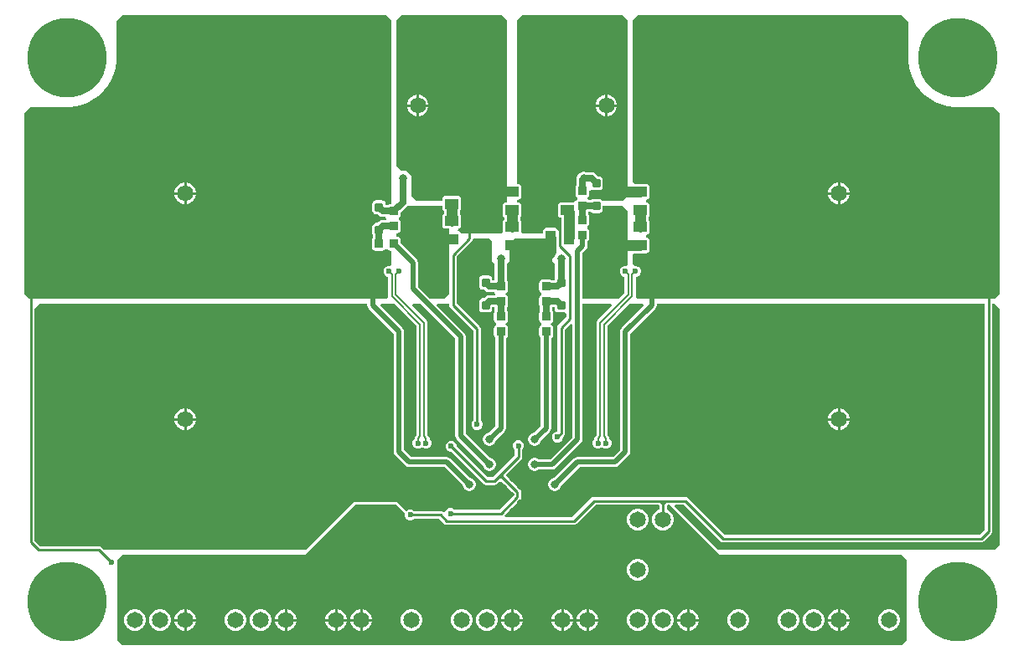
<source format=gbl>
G04*
G04 #@! TF.GenerationSoftware,Altium Limited,Altium Designer,23.3.1 (30)*
G04*
G04 Layer_Physical_Order=2*
G04 Layer_Color=15441517*
%FSLAX44Y44*%
%MOMM*%
G71*
G04*
G04 #@! TF.SameCoordinates,5E62E50F-23D3-44DB-91C1-88114AFB7521*
G04*
G04*
G04 #@! TF.FilePolarity,Positive*
G04*
G01*
G75*
%ADD10C,0.2000*%
G04:AMPARAMS|DCode=25|XSize=0.889mm|YSize=0.889mm|CornerRadius=0.1111mm|HoleSize=0mm|Usage=FLASHONLY|Rotation=180.000|XOffset=0mm|YOffset=0mm|HoleType=Round|Shape=RoundedRectangle|*
%AMROUNDEDRECTD25*
21,1,0.8890,0.6668,0,0,180.0*
21,1,0.6668,0.8890,0,0,180.0*
1,1,0.2223,-0.3334,0.3334*
1,1,0.2223,0.3334,0.3334*
1,1,0.2223,0.3334,-0.3334*
1,1,0.2223,-0.3334,-0.3334*
%
%ADD25ROUNDEDRECTD25*%
%ADD26R,1.9000X4.4000*%
G04:AMPARAMS|DCode=28|XSize=0.889mm|YSize=0.889mm|CornerRadius=0.1111mm|HoleSize=0mm|Usage=FLASHONLY|Rotation=270.000|XOffset=0mm|YOffset=0mm|HoleType=Round|Shape=RoundedRectangle|*
%AMROUNDEDRECTD28*
21,1,0.8890,0.6668,0,0,270.0*
21,1,0.6668,0.8890,0,0,270.0*
1,1,0.2223,-0.3334,-0.3334*
1,1,0.2223,-0.3334,0.3334*
1,1,0.2223,0.3334,0.3334*
1,1,0.2223,0.3334,-0.3334*
%
%ADD28ROUNDEDRECTD28*%
G04:AMPARAMS|DCode=30|XSize=1.0795mm|YSize=1.397mm|CornerRadius=0.108mm|HoleSize=0mm|Usage=FLASHONLY|Rotation=90.000|XOffset=0mm|YOffset=0mm|HoleType=Round|Shape=RoundedRectangle|*
%AMROUNDEDRECTD30*
21,1,1.0795,1.1811,0,0,90.0*
21,1,0.8636,1.3970,0,0,90.0*
1,1,0.2159,0.5906,0.4318*
1,1,0.2159,0.5906,-0.4318*
1,1,0.2159,-0.5906,-0.4318*
1,1,0.2159,-0.5906,0.4318*
%
%ADD30ROUNDEDRECTD30*%
G04:AMPARAMS|DCode=41|XSize=2.7mm|YSize=1.3mm|CornerRadius=0.1625mm|HoleSize=0mm|Usage=FLASHONLY|Rotation=180.000|XOffset=0mm|YOffset=0mm|HoleType=Round|Shape=RoundedRectangle|*
%AMROUNDEDRECTD41*
21,1,2.7000,0.9750,0,0,180.0*
21,1,2.3750,1.3000,0,0,180.0*
1,1,0.3250,-1.1875,0.4875*
1,1,0.3250,1.1875,0.4875*
1,1,0.3250,1.1875,-0.4875*
1,1,0.3250,-1.1875,-0.4875*
%
%ADD41ROUNDEDRECTD41*%
%ADD73C,0.2540*%
%ADD74C,0.7000*%
%ADD75C,1.6500*%
%ADD76C,9.0000*%
%ADD77C,8.0000*%
%ADD78C,0.6000*%
%ADD79C,0.8000*%
%ADD80C,0.5000*%
G04:AMPARAMS|DCode=81|XSize=1.0795mm|YSize=1.397mm|CornerRadius=0.108mm|HoleSize=0mm|Usage=FLASHONLY|Rotation=0.000|XOffset=0mm|YOffset=0mm|HoleType=Round|Shape=RoundedRectangle|*
%AMROUNDEDRECTD81*
21,1,1.0795,1.1811,0,0,0.0*
21,1,0.8636,1.3970,0,0,0.0*
1,1,0.2159,0.4318,-0.5906*
1,1,0.2159,-0.4318,-0.5906*
1,1,0.2159,-0.4318,0.5906*
1,1,0.2159,0.4318,0.5906*
%
%ADD81ROUNDEDRECTD81*%
G04:AMPARAMS|DCode=82|XSize=1.7mm|YSize=2.5mm|CornerRadius=0.425mm|HoleSize=0mm|Usage=FLASHONLY|Rotation=180.000|XOffset=0mm|YOffset=0mm|HoleType=Round|Shape=RoundedRectangle|*
%AMROUNDEDRECTD82*
21,1,1.7000,1.6500,0,0,180.0*
21,1,0.8500,2.5000,0,0,180.0*
1,1,0.8500,-0.4250,0.8250*
1,1,0.8500,0.4250,0.8250*
1,1,0.8500,0.4250,-0.8250*
1,1,0.8500,-0.4250,-0.8250*
%
%ADD82ROUNDEDRECTD82*%
G04:AMPARAMS|DCode=83|XSize=0.9mm|YSize=0.8mm|CornerRadius=0.1mm|HoleSize=0mm|Usage=FLASHONLY|Rotation=90.000|XOffset=0mm|YOffset=0mm|HoleType=Round|Shape=RoundedRectangle|*
%AMROUNDEDRECTD83*
21,1,0.9000,0.6000,0,0,90.0*
21,1,0.7000,0.8000,0,0,90.0*
1,1,0.2000,0.3000,0.3500*
1,1,0.2000,0.3000,-0.3500*
1,1,0.2000,-0.3000,-0.3500*
1,1,0.2000,-0.3000,0.3500*
%
%ADD83ROUNDEDRECTD83*%
%ADD84C,0.5080*%
%ADD85C,1.0795*%
G36*
X661760Y693140D02*
X666840Y688060D01*
Y510260D01*
X661760Y505180D01*
X641245D01*
X640642Y506082D01*
X639471Y506865D01*
X638090Y507139D01*
X632090D01*
X630709Y506865D01*
X629801Y506258D01*
X627025D01*
X626100Y507969D01*
X626274Y508831D01*
X627086Y509374D01*
X627893Y510582D01*
X628176Y512006D01*
Y515665D01*
X628222Y515709D01*
X630177Y516551D01*
X630709Y516195D01*
X632090Y515921D01*
X638090D01*
X639471Y516195D01*
X640642Y516978D01*
X641425Y518149D01*
X641699Y519530D01*
Y526530D01*
X641425Y527911D01*
X640642Y529082D01*
X639471Y529865D01*
X638090Y530139D01*
X636690D01*
X634435Y532395D01*
X632437Y533730D01*
X630080Y534198D01*
X624675D01*
X623251Y534580D01*
X621529D01*
X619866Y534134D01*
X618374Y533273D01*
X617157Y532056D01*
X616296Y530564D01*
X616232Y530326D01*
X615430Y529127D01*
X614962Y526770D01*
Y521018D01*
X614347Y520098D01*
X614063Y518674D01*
Y512006D01*
X614347Y510582D01*
X615154Y509374D01*
X615966Y508831D01*
X616142Y507960D01*
Y507480D01*
X615966Y506609D01*
X615154Y506066D01*
X614562Y505180D01*
X613500D01*
X612213Y503893D01*
X611786Y503978D01*
X599975D01*
X598562Y503698D01*
X597365Y502897D01*
X596565Y501700D01*
X596284Y500288D01*
Y491652D01*
X596565Y490240D01*
X597365Y489043D01*
X598562Y488242D01*
X599464Y488063D01*
Y474268D01*
X599462Y474255D01*
Y472160D01*
X597058D01*
Y474255D01*
X596777Y475668D01*
X595978Y476865D01*
X594780Y477665D01*
X593368Y477946D01*
X584732D01*
X583320Y477665D01*
X582122Y476865D01*
X581323Y475668D01*
X581042Y474255D01*
Y472160D01*
X561012D01*
X560820Y472266D01*
X559469Y473874D01*
X559596Y474512D01*
Y483148D01*
X559315Y484560D01*
X558515Y485757D01*
X558006Y486098D01*
Y488702D01*
X558515Y489043D01*
X559315Y490240D01*
X559596Y491652D01*
Y500288D01*
X559315Y501700D01*
X558515Y502897D01*
X557318Y503698D01*
X555905Y503978D01*
X555080D01*
Y506382D01*
X555905D01*
X557318Y506662D01*
X558515Y507463D01*
X559315Y508660D01*
X559596Y510072D01*
Y518708D01*
X559315Y520120D01*
X558515Y521317D01*
X557318Y522118D01*
X555905Y522398D01*
X555080D01*
X555080Y688060D01*
X560160Y693140D01*
X661760Y693140D01*
D02*
G37*
G36*
X428080Y688060D02*
Y502076D01*
X427286D01*
X425862Y501793D01*
X424941Y501178D01*
X421989D01*
Y502400D01*
X421715Y503781D01*
X420932Y504952D01*
X419761Y505735D01*
X418380Y506009D01*
X412380D01*
X410999Y505735D01*
X409828Y504952D01*
X409045Y503781D01*
X408771Y502400D01*
Y495400D01*
X409045Y494019D01*
X409828Y492848D01*
X410999Y492065D01*
X412380Y491791D01*
X413780D01*
X414906Y490665D01*
X416903Y489330D01*
X419260Y488862D01*
X421903D01*
X422960Y486321D01*
X422579Y485938D01*
X419260D01*
X416903Y485470D01*
X414905Y484135D01*
X413780Y483009D01*
X412380D01*
X410999Y482735D01*
X409828Y481952D01*
X409045Y480781D01*
X408771Y479400D01*
Y472400D01*
X409045Y471019D01*
X409222Y470755D01*
Y467678D01*
X408607Y466758D01*
X408324Y465334D01*
Y458666D01*
X408607Y457242D01*
X409414Y456034D01*
X410622Y455227D01*
X412046Y454944D01*
X418714D01*
X420139Y455227D01*
X421346Y456034D01*
X421589Y456397D01*
X421692Y456435D01*
X424309D01*
X424411Y456397D01*
X424654Y456034D01*
X425862Y455227D01*
X427286Y454944D01*
X428080D01*
Y440561D01*
X426642Y439600D01*
X424438D01*
X422402Y438757D01*
X420843Y437198D01*
X420000Y435162D01*
Y432958D01*
X420843Y430922D01*
X422402Y429363D01*
X424438Y428520D01*
X425011D01*
Y408813D01*
X425124Y408244D01*
X423000Y406120D01*
X62320Y406120D01*
X57240Y411200D01*
Y594079D01*
X63161Y600000D01*
X103277D01*
X109775Y600855D01*
X116106Y602552D01*
X122162Y605060D01*
X127838Y608337D01*
X133038Y612327D01*
X137673Y616962D01*
X141663Y622162D01*
X144940Y627838D01*
X147448Y633894D01*
X149144Y640225D01*
X150000Y646723D01*
Y650000D01*
Y686840D01*
X156300Y693140D01*
X423000D01*
X428080Y688060D01*
D02*
G37*
G36*
X666840Y495020D02*
X666840Y440561D01*
X665402Y439600D01*
X663198D01*
X661162Y438757D01*
X659603Y437198D01*
X658760Y435162D01*
Y432958D01*
X659603Y430922D01*
X661162Y429363D01*
X663198Y428520D01*
X663771D01*
Y411965D01*
X657926Y406120D01*
X621219Y406120D01*
Y452235D01*
X624782Y455798D01*
X625905Y457478D01*
X626300Y459460D01*
Y464398D01*
X627086Y464924D01*
X627893Y466132D01*
X628176Y467556D01*
Y474224D01*
X627893Y475648D01*
X627086Y476856D01*
X626274Y477399D01*
X626098Y478270D01*
Y478750D01*
X626274Y479621D01*
X627086Y480164D01*
X627893Y481371D01*
X628176Y482796D01*
Y489464D01*
X627893Y490888D01*
X627278Y491808D01*
Y493942D01*
X629592D01*
X630709Y493195D01*
X632090Y492921D01*
X638090D01*
X639471Y493195D01*
X640642Y493978D01*
X641425Y495149D01*
X641699Y496530D01*
Y500100D01*
X661760D01*
X666840Y495020D01*
D02*
G37*
G36*
X539840Y693140D02*
X544920Y688060D01*
Y503978D01*
X544095D01*
X542682Y503698D01*
X541485Y502897D01*
X540685Y501700D01*
X540404Y500288D01*
Y491652D01*
X540685Y490240D01*
X541485Y489043D01*
X541994Y488702D01*
Y486098D01*
X541485Y485757D01*
X540685Y484560D01*
X540404Y483148D01*
Y474512D01*
X540531Y473874D01*
X539180Y472266D01*
X538988Y472160D01*
X498421D01*
X498355Y472490D01*
X497555Y473688D01*
X496358Y474487D01*
X495394Y474679D01*
X494985Y475188D01*
X494978Y475536D01*
X495367Y476687D01*
X496007Y477383D01*
X496358Y477453D01*
X497555Y478252D01*
X498355Y479450D01*
X498636Y480862D01*
Y489498D01*
X498355Y490910D01*
X497555Y492108D01*
X497020Y492465D01*
Y495068D01*
X497486Y495379D01*
X498287Y496577D01*
X498567Y497989D01*
Y506625D01*
X498287Y508037D01*
X497486Y509234D01*
X496289Y510034D01*
X494877Y510315D01*
X489123D01*
X489014Y510330D01*
X488905Y510315D01*
X483066D01*
X481654Y510034D01*
X480457Y509234D01*
X479656Y508037D01*
X479376Y506625D01*
Y505180D01*
X453480D01*
X448400Y510260D01*
Y530580D01*
X443320Y535660D01*
X438240Y535660D01*
X433160Y540740D01*
Y688060D01*
X438240Y693140D01*
X539840Y693140D01*
D02*
G37*
G36*
X590640Y464540D02*
Y444220D01*
X593372Y441488D01*
Y427845D01*
X593195Y427581D01*
X592921Y426200D01*
Y424978D01*
X589968D01*
X589048Y425593D01*
X587624Y425876D01*
X580956D01*
X579532Y425593D01*
X578324Y424786D01*
X577517Y423578D01*
X577234Y422154D01*
Y415486D01*
X577517Y414062D01*
X578324Y412854D01*
X579136Y412311D01*
X579312Y411440D01*
Y410960D01*
X579136Y410089D01*
X578324Y409546D01*
X577517Y408338D01*
X577234Y406914D01*
Y400246D01*
X577517Y398822D01*
X578132Y397901D01*
Y394018D01*
X577517Y393098D01*
X577234Y391674D01*
Y390880D01*
Y385006D01*
X577517Y383582D01*
X578324Y382374D01*
X579136Y381831D01*
X579312Y380960D01*
Y380480D01*
X579136Y379609D01*
X578324Y379066D01*
X577517Y377858D01*
X577234Y376434D01*
Y369766D01*
X577517Y368342D01*
X578324Y367134D01*
X579110Y366608D01*
Y277455D01*
X572075Y270420D01*
X571999D01*
X570336Y269974D01*
X568844Y269113D01*
X567627Y267896D01*
X566766Y266404D01*
X566320Y264741D01*
Y263019D01*
X566766Y261356D01*
X567627Y259864D01*
X568844Y258647D01*
X570336Y257786D01*
X571999Y257340D01*
X573721D01*
X575384Y257786D01*
X576876Y258647D01*
X578093Y259864D01*
X578954Y261356D01*
X579400Y263019D01*
Y263095D01*
X587952Y271647D01*
X589075Y273328D01*
X589469Y275310D01*
Y366608D01*
X590256Y367134D01*
X591063Y368342D01*
X591347Y369766D01*
Y376434D01*
X591063Y377858D01*
X590256Y379066D01*
X589444Y379609D01*
X589268Y380480D01*
Y380960D01*
X589444Y381831D01*
X590256Y382374D01*
X591063Y383582D01*
X591347Y385006D01*
Y391674D01*
X591063Y393098D01*
X590448Y394018D01*
Y397422D01*
X592921D01*
Y396200D01*
X593195Y394819D01*
X593978Y393648D01*
X595149Y392865D01*
X596530Y392591D01*
X602530D01*
X602535Y392592D01*
X604535Y391060D01*
Y387409D01*
X596783Y379657D01*
X595941Y378397D01*
X595645Y376910D01*
Y271960D01*
X594618D01*
X592582Y271117D01*
X591023Y269558D01*
X590180Y267522D01*
Y265318D01*
X591023Y263282D01*
X592582Y261723D01*
X594618Y260880D01*
X596822D01*
X598858Y261723D01*
X600417Y263282D01*
X601260Y265318D01*
Y266466D01*
X602277Y267483D01*
X603119Y268743D01*
X603415Y270230D01*
Y375301D01*
X609013Y380899D01*
X610860Y380134D01*
Y266025D01*
X588495Y243659D01*
X576929D01*
X576876Y243713D01*
X575384Y244574D01*
X573721Y245020D01*
X571999D01*
X570336Y244574D01*
X568844Y243713D01*
X567627Y242496D01*
X566766Y241004D01*
X566320Y239341D01*
Y237619D01*
X566766Y235956D01*
X567627Y234464D01*
X568844Y233247D01*
X570336Y232386D01*
X571999Y231940D01*
X573721D01*
X575384Y232386D01*
X576876Y233247D01*
X576929Y233300D01*
X590640D01*
X592622Y233695D01*
X594302Y234818D01*
X619702Y260217D01*
X619702Y260217D01*
X620825Y261898D01*
X621219Y263880D01*
X621219Y263880D01*
Y401040D01*
X650232D01*
X650998Y399192D01*
X636348Y384542D01*
X635565Y383371D01*
X635291Y381990D01*
Y268636D01*
X634357Y267702D01*
X633575Y266531D01*
X633300Y265150D01*
Y264295D01*
X632213Y263208D01*
X631369Y261172D01*
Y258968D01*
X632213Y256932D01*
X633771Y255373D01*
X635807Y254530D01*
X638011D01*
X640048Y255373D01*
X640900Y256226D01*
X641752Y255373D01*
X643789Y254530D01*
X645993D01*
X648029Y255373D01*
X649587Y256932D01*
X650431Y258968D01*
Y261172D01*
X649587Y263208D01*
X648500Y264295D01*
Y265150D01*
X648225Y266531D01*
X647443Y267702D01*
X646509Y268636D01*
Y378838D01*
X668711Y401040D01*
X682302D01*
X683067Y399192D01*
X660638Y376763D01*
X659515Y375082D01*
X659120Y373100D01*
Y253325D01*
X651995Y246199D01*
X616040D01*
X614058Y245805D01*
X612378Y244683D01*
X592395Y224700D01*
X592319D01*
X590656Y224254D01*
X589164Y223393D01*
X587947Y222176D01*
X587086Y220684D01*
X586640Y219021D01*
Y217299D01*
X587086Y215636D01*
X587947Y214144D01*
X589164Y212927D01*
X590656Y212066D01*
X592319Y211620D01*
X594041D01*
X595704Y212066D01*
X597196Y212927D01*
X598413Y214144D01*
X599274Y215636D01*
X599720Y217299D01*
Y217375D01*
X618185Y235840D01*
X654140D01*
X656122Y236235D01*
X657803Y237358D01*
X667962Y247518D01*
X669085Y249198D01*
X669480Y251180D01*
Y370955D01*
X694632Y396107D01*
X695755Y397788D01*
X696150Y399770D01*
Y401040D01*
X1027445D01*
Y172779D01*
X1022101Y167435D01*
X764969D01*
X728007Y204397D01*
X726747Y205239D01*
X725260Y205535D01*
X705943D01*
X705625Y205598D01*
X705306Y205535D01*
X632550D01*
X631063Y205239D01*
X629803Y204397D01*
X610621Y185215D01*
X543157D01*
X542328Y187215D01*
X558017Y202903D01*
X558859Y204163D01*
X559155Y205650D01*
Y210350D01*
X558859Y211837D01*
X558017Y213097D01*
X543793Y227321D01*
Y228049D01*
X559097Y243353D01*
X559939Y244613D01*
X560235Y246100D01*
Y253580D01*
X561047Y254392D01*
X561890Y256428D01*
Y258632D01*
X561047Y260668D01*
X559488Y262227D01*
X557452Y263070D01*
X555248D01*
X553212Y262227D01*
X551653Y260668D01*
X550810Y258632D01*
Y256428D01*
X551653Y254392D01*
X552465Y253580D01*
Y247709D01*
X537161Y232405D01*
X537161Y232405D01*
X530364Y225608D01*
X525186D01*
X493945Y256849D01*
Y257997D01*
X493102Y260033D01*
X491543Y261592D01*
X489507Y262435D01*
X487303D01*
X485267Y261592D01*
X483708Y260033D01*
X482865Y257997D01*
Y255793D01*
X483708Y253757D01*
X485267Y252198D01*
X487303Y251355D01*
X488451D01*
X520830Y218977D01*
X522090Y218134D01*
X523577Y217839D01*
X531973D01*
X533460Y218134D01*
X534720Y218977D01*
X536672Y220928D01*
X539198D01*
X551385Y208741D01*
Y207259D01*
X536961Y192835D01*
X491720D01*
X490908Y193647D01*
X488872Y194490D01*
X486668D01*
X484632Y193647D01*
X483073Y192088D01*
X482620Y190993D01*
X480382Y190401D01*
X480357Y190427D01*
X479097Y191269D01*
X477610Y191565D01*
X451080D01*
X450268Y192377D01*
X448232Y193220D01*
X446028D01*
X443992Y192377D01*
X443139Y191524D01*
X434991Y199671D01*
X434151Y200233D01*
X433160Y200430D01*
X391250Y200430D01*
X390259Y200233D01*
X389419Y199671D01*
X341867Y152120D01*
X137664D01*
X134917Y154867D01*
X133657Y155709D01*
X132170Y156005D01*
X72819D01*
X67475Y161349D01*
Y396035D01*
X72480Y401040D01*
X403851D01*
Y399770D01*
X404245Y397788D01*
X405368Y396107D01*
X430521Y370955D01*
Y251180D01*
X430915Y249198D01*
X432038Y247518D01*
X442197Y237358D01*
X443878Y236235D01*
X445860Y235840D01*
X481815D01*
X500280Y217375D01*
Y217299D01*
X500726Y215636D01*
X501587Y214144D01*
X502804Y212927D01*
X504296Y212066D01*
X505959Y211620D01*
X507681D01*
X509344Y212066D01*
X510836Y212927D01*
X512053Y214144D01*
X512914Y215636D01*
X513360Y217299D01*
Y219021D01*
X512914Y220684D01*
X512053Y222176D01*
X510836Y223393D01*
X509344Y224254D01*
X507681Y224700D01*
X507605D01*
X487622Y244683D01*
X485942Y245805D01*
X483960Y246199D01*
X448005D01*
X440880Y253325D01*
Y373100D01*
X440485Y375082D01*
X439362Y376763D01*
X416933Y399192D01*
X417698Y401040D01*
X431289D01*
X453491Y378838D01*
Y268636D01*
X452557Y267702D01*
X451775Y266531D01*
X451500Y265150D01*
Y264295D01*
X450413Y263208D01*
X449569Y261172D01*
Y258968D01*
X450413Y256932D01*
X451971Y255373D01*
X454007Y254530D01*
X456211D01*
X458247Y255373D01*
X459100Y256226D01*
X459952Y255373D01*
X461989Y254530D01*
X464193D01*
X466229Y255373D01*
X467787Y256932D01*
X468631Y258968D01*
Y261172D01*
X467787Y263208D01*
X466700Y264295D01*
Y265150D01*
X466425Y266531D01*
X465643Y267702D01*
X464709Y268636D01*
Y381990D01*
X464435Y383371D01*
X463652Y384542D01*
X449002Y399192D01*
X449767Y401040D01*
X457585D01*
X492751Y365875D01*
Y267690D01*
X493145Y265708D01*
X494268Y264028D01*
X520600Y237695D01*
Y237619D01*
X521046Y235956D01*
X521907Y234464D01*
X523124Y233247D01*
X524616Y232386D01*
X526279Y231940D01*
X528001D01*
X529664Y232386D01*
X531156Y233247D01*
X532373Y234464D01*
X533234Y235956D01*
X533680Y237619D01*
Y239341D01*
X533234Y241004D01*
X532373Y242496D01*
X531156Y243713D01*
X529664Y244574D01*
X528001Y245020D01*
X527925D01*
X503110Y269835D01*
Y368020D01*
X502715Y370002D01*
X501592Y371683D01*
X474083Y399192D01*
X474848Y401040D01*
X486425D01*
Y399770D01*
X486721Y398283D01*
X487563Y397023D01*
X510555Y374031D01*
Y283070D01*
X509743Y282258D01*
X508900Y280222D01*
Y278018D01*
X509743Y275982D01*
X511302Y274423D01*
X513338Y273580D01*
X515542D01*
X517578Y274423D01*
X519137Y275982D01*
X519980Y278018D01*
Y280222D01*
X519137Y282258D01*
X518325Y283070D01*
Y375640D01*
X518029Y377127D01*
X517187Y378387D01*
X504694Y390880D01*
X496381Y399192D01*
X494195Y401379D01*
Y448961D01*
X509567Y464333D01*
X510409Y465593D01*
X510705Y467080D01*
X527140D01*
X529680Y464540D01*
Y444220D01*
X532412Y441488D01*
Y424978D01*
X529939D01*
Y426200D01*
X529665Y427581D01*
X528882Y428752D01*
X527711Y429535D01*
X526330Y429809D01*
X520330D01*
X518949Y429535D01*
X517778Y428752D01*
X516995Y427581D01*
X516721Y426200D01*
Y419200D01*
X516995Y417819D01*
X517778Y416648D01*
X518949Y415865D01*
X520330Y415591D01*
X521730D01*
X522855Y414465D01*
X524853Y413130D01*
X527210Y412662D01*
X532107D01*
X533048Y410820D01*
X532098Y409738D01*
X527210D01*
X524853Y409269D01*
X522855Y407935D01*
X521730Y406809D01*
X520330D01*
X518949Y406535D01*
X517778Y405752D01*
X516995Y404581D01*
X516721Y403200D01*
Y401040D01*
Y396200D01*
X516995Y394819D01*
X517778Y393648D01*
X518949Y392865D01*
X520330Y392591D01*
X526330D01*
X527711Y392865D01*
X528882Y393648D01*
X529665Y394819D01*
X529939Y396200D01*
Y397422D01*
X532412D01*
Y394018D01*
X531797Y393098D01*
X531513Y391674D01*
Y385006D01*
X531797Y383582D01*
X532604Y382374D01*
X533416Y381831D01*
X533592Y380960D01*
Y380480D01*
X533416Y379609D01*
X532604Y379066D01*
X531797Y377858D01*
X531513Y376434D01*
Y369766D01*
X531797Y368342D01*
X532604Y367134D01*
X533391Y366608D01*
Y277455D01*
X526355Y270420D01*
X526279D01*
X524616Y269974D01*
X523124Y269113D01*
X521907Y267896D01*
X521046Y266404D01*
X520600Y264741D01*
Y263019D01*
X521046Y261356D01*
X521907Y259864D01*
X523124Y258647D01*
X524616Y257786D01*
X526279Y257340D01*
X528001D01*
X529664Y257786D01*
X531156Y258647D01*
X532373Y259864D01*
X533234Y261356D01*
X533680Y263019D01*
Y263095D01*
X542233Y271647D01*
X543355Y273328D01*
X543750Y275310D01*
Y366608D01*
X544536Y367134D01*
X545343Y368342D01*
X545626Y369766D01*
Y376434D01*
X545343Y377858D01*
X544536Y379066D01*
X543724Y379609D01*
X543548Y380480D01*
Y380960D01*
X543724Y381831D01*
X544536Y382374D01*
X545343Y383582D01*
X545626Y385006D01*
Y390880D01*
Y391674D01*
X545343Y393098D01*
X544728Y394018D01*
Y397901D01*
X545343Y398822D01*
X545626Y400246D01*
Y406914D01*
X545343Y408338D01*
X544536Y409546D01*
X543724Y410089D01*
X543548Y410960D01*
Y411440D01*
X543724Y412311D01*
X544536Y412854D01*
X545343Y414062D01*
X545626Y415486D01*
Y422154D01*
X545343Y423578D01*
X544728Y424498D01*
Y441488D01*
X547460Y444220D01*
Y462000D01*
X552540Y467080D01*
X588100D01*
X590640Y464540D01*
D02*
G37*
G36*
X950000Y686841D02*
Y650000D01*
Y646723D01*
X950855Y640225D01*
X952552Y633894D01*
X955060Y627838D01*
X958337Y622162D01*
X962327Y616962D01*
X966962Y612327D01*
X972162Y608337D01*
X977838Y605060D01*
X983894Y602552D01*
X990225Y600855D01*
X996723Y600000D01*
X1036840D01*
X1042760Y594080D01*
X1042760Y411200D01*
X1037680Y406120D01*
X677000Y406120D01*
X674876Y408244D01*
X674989Y408813D01*
Y428520D01*
X675562D01*
X677598Y429363D01*
X679157Y430922D01*
X680000Y432958D01*
Y435162D01*
X679157Y437198D01*
X677598Y438757D01*
X675562Y439600D01*
X674460D01*
X671920Y441544D01*
Y450719D01*
X673634Y452402D01*
X685445D01*
X686858Y452682D01*
X688055Y453483D01*
X688855Y454680D01*
X689136Y456092D01*
Y464728D01*
X688855Y466140D01*
X688055Y467337D01*
X686858Y468138D01*
X685445Y468418D01*
Y470822D01*
X686858Y471102D01*
X688055Y471903D01*
X688855Y473100D01*
X689136Y474512D01*
Y483148D01*
X688855Y484560D01*
X688055Y485757D01*
X687546Y486098D01*
Y488702D01*
X688055Y489043D01*
X688855Y490240D01*
X689136Y491652D01*
Y500288D01*
X688855Y501700D01*
X688055Y502897D01*
X686858Y503698D01*
X685445Y503978D01*
Y506382D01*
X686858Y506662D01*
X688055Y507463D01*
X688855Y508660D01*
X689136Y510072D01*
Y518708D01*
X688855Y520120D01*
X688055Y521317D01*
X686858Y522118D01*
X685445Y522398D01*
X674460D01*
X671920Y524228D01*
X671920Y688060D01*
X677000Y693140D01*
X943701Y693140D01*
X950000Y686841D01*
D02*
G37*
G36*
X479376Y497989D02*
X479656Y496577D01*
X480457Y495379D01*
X481008Y495011D01*
Y492430D01*
X480525Y492108D01*
X479725Y490910D01*
X479444Y489498D01*
Y480862D01*
X479725Y479450D01*
X480525Y478252D01*
X481722Y477453D01*
X483134Y477172D01*
X486500D01*
Y450945D01*
X486425Y450570D01*
Y411125D01*
X481420Y406120D01*
X467155Y406120D01*
X454850Y418425D01*
Y442950D01*
X454455Y444932D01*
X453332Y446613D01*
X437677Y462268D01*
Y465334D01*
X437393Y466758D01*
X436586Y467966D01*
X435378Y468773D01*
X433954Y469057D01*
X433160D01*
Y472724D01*
X433954D01*
X435378Y473007D01*
X436586Y473814D01*
X437393Y475022D01*
X437677Y476446D01*
Y483114D01*
X437393Y484538D01*
X436586Y485746D01*
X435774Y486289D01*
X435598Y487160D01*
Y487640D01*
X435774Y488511D01*
X436586Y489054D01*
X437393Y490261D01*
X437677Y491686D01*
Y493367D01*
X443865Y499555D01*
X444229Y500100D01*
X479376D01*
Y497989D01*
D02*
G37*
G36*
X1042760Y395960D02*
X1042760Y157200D01*
X1037680Y152120D01*
X758132D01*
X714335Y195918D01*
X715100Y197765D01*
X723651D01*
X760613Y160803D01*
X761873Y159961D01*
X763360Y159665D01*
X1023710D01*
X1025197Y159961D01*
X1026457Y160803D01*
X1034077Y168423D01*
X1034919Y169683D01*
X1035215Y171170D01*
Y401040D01*
X1037680D01*
X1042760Y395960D01*
D02*
G37*
G36*
X433160Y197840D02*
X441774Y189226D01*
X441590Y188782D01*
Y186578D01*
X442433Y184542D01*
X443992Y182983D01*
X446028Y182140D01*
X448232D01*
X450268Y182983D01*
X451080Y183795D01*
X476001D01*
X481213Y178583D01*
X482473Y177741D01*
X482720Y177692D01*
X483960Y177445D01*
X612230D01*
X613717Y177741D01*
X614977Y178583D01*
X634159Y197765D01*
X697616D01*
X698515Y196866D01*
Y192730D01*
X698235Y192655D01*
X695775Y191234D01*
X693766Y189225D01*
X692345Y186765D01*
X691610Y184021D01*
Y181180D01*
X692345Y178435D01*
X693766Y175975D01*
X695775Y173966D01*
X698235Y172545D01*
X700980Y171810D01*
X703820D01*
X706565Y172545D01*
X709025Y173966D01*
X711034Y175975D01*
X712455Y178435D01*
X713190Y181180D01*
Y184021D01*
X712455Y186765D01*
X711034Y189225D01*
X709025Y191234D01*
X706565Y192655D01*
X706285Y192730D01*
Y196880D01*
X707170Y197765D01*
X708825D01*
X759550Y147040D01*
X943700D01*
X948780Y141960D01*
Y60680D01*
X943700Y55600D01*
X156300D01*
X151220Y60680D01*
Y141960D01*
X156300Y147040D01*
X340450D01*
X391250Y197840D01*
X433160Y197840D01*
D02*
G37*
%LPC*%
G36*
X646671Y612490D02*
X646520D01*
Y602970D01*
X656040D01*
Y603120D01*
X655305Y605865D01*
X653884Y608325D01*
X651875Y610334D01*
X649415Y611755D01*
X646671Y612490D01*
D02*
G37*
G36*
X643980D02*
X643829D01*
X641085Y611755D01*
X638625Y610334D01*
X636616Y608325D01*
X635195Y605865D01*
X634460Y603120D01*
Y602970D01*
X643980D01*
Y612490D01*
D02*
G37*
G36*
X656040Y600430D02*
X646520D01*
Y590910D01*
X646671D01*
X649415Y591645D01*
X651875Y593066D01*
X653884Y595075D01*
X655305Y597535D01*
X656040Y600280D01*
Y600430D01*
D02*
G37*
G36*
X643980D02*
X634460D01*
Y600280D01*
X635195Y597535D01*
X636616Y595075D01*
X638625Y593066D01*
X641085Y591645D01*
X643829Y590910D01*
X643980D01*
Y600430D01*
D02*
G37*
G36*
X221220Y523590D02*
X221070D01*
Y514070D01*
X230590D01*
Y514221D01*
X229855Y516965D01*
X228434Y519425D01*
X226425Y521434D01*
X223965Y522855D01*
X221220Y523590D01*
D02*
G37*
G36*
X218530D02*
X218379D01*
X215635Y522855D01*
X213175Y521434D01*
X211166Y519425D01*
X209745Y516965D01*
X209010Y514221D01*
Y514070D01*
X218530D01*
Y523590D01*
D02*
G37*
G36*
X230590Y511530D02*
X221070D01*
Y502010D01*
X221220D01*
X223965Y502745D01*
X226425Y504166D01*
X228434Y506175D01*
X229855Y508635D01*
X230590Y511380D01*
Y511530D01*
D02*
G37*
G36*
X218530D02*
X209010D01*
Y511380D01*
X209745Y508635D01*
X211166Y506175D01*
X213175Y504166D01*
X215635Y502745D01*
X218379Y502010D01*
X218530D01*
Y511530D01*
D02*
G37*
G36*
X456171Y612490D02*
X456020D01*
Y602970D01*
X465540D01*
Y603120D01*
X464805Y605865D01*
X463384Y608325D01*
X461375Y610334D01*
X458915Y611755D01*
X456171Y612490D01*
D02*
G37*
G36*
X453480D02*
X453330D01*
X450585Y611755D01*
X448125Y610334D01*
X446116Y608325D01*
X444695Y605865D01*
X443960Y603120D01*
Y602970D01*
X453480D01*
Y612490D01*
D02*
G37*
G36*
X465540Y600430D02*
X456020D01*
Y590910D01*
X456171D01*
X458915Y591645D01*
X461375Y593066D01*
X463384Y595075D01*
X464805Y597535D01*
X465540Y600280D01*
Y600430D01*
D02*
G37*
G36*
X453480D02*
X443960D01*
Y600280D01*
X444695Y597535D01*
X446116Y595075D01*
X448125Y593066D01*
X450585Y591645D01*
X453330Y590910D01*
X453480D01*
Y600430D01*
D02*
G37*
G36*
X881620Y294990D02*
X881470D01*
Y285470D01*
X890990D01*
Y285620D01*
X890255Y288365D01*
X888834Y290825D01*
X886825Y292834D01*
X884365Y294255D01*
X881620Y294990D01*
D02*
G37*
G36*
X221220D02*
X221070D01*
Y285470D01*
X230590D01*
Y285620D01*
X229855Y288365D01*
X228434Y290825D01*
X226425Y292834D01*
X223965Y294255D01*
X221220Y294990D01*
D02*
G37*
G36*
X218530D02*
X218379D01*
X215635Y294255D01*
X213175Y292834D01*
X211166Y290825D01*
X209745Y288365D01*
X209010Y285620D01*
Y285470D01*
X218530D01*
Y294990D01*
D02*
G37*
G36*
X878930D02*
X878780D01*
X876035Y294255D01*
X873575Y292834D01*
X871566Y290825D01*
X870145Y288365D01*
X869410Y285620D01*
Y285470D01*
X878930D01*
Y294990D01*
D02*
G37*
G36*
X890990Y282930D02*
X881470D01*
Y273410D01*
X881620D01*
X884365Y274145D01*
X886825Y275566D01*
X888834Y277575D01*
X890255Y280035D01*
X890990Y282780D01*
Y282930D01*
D02*
G37*
G36*
X878930D02*
X869410D01*
Y282780D01*
X870145Y280035D01*
X871566Y277575D01*
X873575Y275566D01*
X876035Y274145D01*
X878780Y273410D01*
X878930D01*
Y282930D01*
D02*
G37*
G36*
X230590D02*
X221070D01*
Y273410D01*
X221220D01*
X223965Y274145D01*
X226425Y275566D01*
X228434Y277575D01*
X229855Y280035D01*
X230590Y282780D01*
Y282930D01*
D02*
G37*
G36*
X218530D02*
X209010D01*
Y282780D01*
X209745Y280035D01*
X211166Y277575D01*
X213175Y275566D01*
X215635Y274145D01*
X218379Y273410D01*
X218530D01*
Y282930D01*
D02*
G37*
G36*
X881620Y523590D02*
X881470D01*
Y514070D01*
X890990D01*
Y514221D01*
X890255Y516965D01*
X888834Y519425D01*
X886825Y521434D01*
X884365Y522855D01*
X881620Y523590D01*
D02*
G37*
G36*
X878930D02*
X878780D01*
X876035Y522855D01*
X873575Y521434D01*
X871566Y519425D01*
X870145Y516965D01*
X869410Y514221D01*
Y514070D01*
X878930D01*
Y523590D01*
D02*
G37*
G36*
X890990Y511530D02*
X881470D01*
Y502010D01*
X881620D01*
X884365Y502745D01*
X886825Y504166D01*
X888834Y506175D01*
X890255Y508635D01*
X890990Y511380D01*
Y511530D01*
D02*
G37*
G36*
X878930D02*
X869410D01*
Y511380D01*
X870145Y508635D01*
X871566Y506175D01*
X873575Y504166D01*
X876035Y502745D01*
X878780Y502010D01*
X878930D01*
Y511530D01*
D02*
G37*
G36*
X678420Y193390D02*
X675580D01*
X672835Y192655D01*
X670375Y191234D01*
X668366Y189225D01*
X666945Y186765D01*
X666210Y184021D01*
Y181180D01*
X666945Y178435D01*
X668366Y175975D01*
X670375Y173966D01*
X672835Y172545D01*
X675580Y171810D01*
X678420D01*
X681165Y172545D01*
X683625Y173966D01*
X685634Y175975D01*
X687055Y178435D01*
X687790Y181180D01*
Y184021D01*
X687055Y186765D01*
X685634Y189225D01*
X683625Y191234D01*
X681165Y192655D01*
X678420Y193390D01*
D02*
G37*
G36*
Y142590D02*
X675580D01*
X672835Y141855D01*
X670375Y140434D01*
X668366Y138425D01*
X666945Y135965D01*
X666210Y133221D01*
Y130379D01*
X666945Y127635D01*
X668366Y125175D01*
X670375Y123166D01*
X672835Y121745D01*
X675580Y121010D01*
X678420D01*
X681165Y121745D01*
X683625Y123166D01*
X685634Y125175D01*
X687055Y127635D01*
X687790Y130379D01*
Y133221D01*
X687055Y135965D01*
X685634Y138425D01*
X683625Y140434D01*
X681165Y141855D01*
X678420Y142590D01*
D02*
G37*
G36*
X729221Y91790D02*
X729070D01*
Y82270D01*
X738590D01*
Y82421D01*
X737855Y85165D01*
X736434Y87625D01*
X734425Y89634D01*
X731965Y91055D01*
X729221Y91790D01*
D02*
G37*
G36*
X627621D02*
X627470D01*
Y82270D01*
X636990D01*
Y82421D01*
X636255Y85165D01*
X634834Y87625D01*
X632825Y89634D01*
X630365Y91055D01*
X627621Y91790D01*
D02*
G37*
G36*
X602220D02*
X602070D01*
Y82270D01*
X611590D01*
Y82421D01*
X610855Y85165D01*
X609434Y87625D01*
X607425Y89634D01*
X604965Y91055D01*
X602220Y91790D01*
D02*
G37*
G36*
X399021D02*
X398870D01*
Y82270D01*
X408390D01*
Y82421D01*
X407655Y85165D01*
X406234Y87625D01*
X404225Y89634D01*
X401765Y91055D01*
X399021Y91790D01*
D02*
G37*
G36*
X373620D02*
X373470D01*
Y82270D01*
X382990D01*
Y82421D01*
X382255Y85165D01*
X380834Y87625D01*
X378825Y89634D01*
X376365Y91055D01*
X373620Y91790D01*
D02*
G37*
G36*
X221220D02*
X221070D01*
Y82270D01*
X230590D01*
Y82421D01*
X229855Y85165D01*
X228434Y87625D01*
X226425Y89634D01*
X223965Y91055D01*
X221220Y91790D01*
D02*
G37*
G36*
X881620D02*
X881470D01*
Y82270D01*
X890990D01*
Y82421D01*
X890255Y85165D01*
X888834Y87625D01*
X886825Y89634D01*
X884365Y91055D01*
X881620Y91790D01*
D02*
G37*
G36*
X551421D02*
X551270D01*
Y82270D01*
X560790D01*
Y82421D01*
X560055Y85165D01*
X558634Y87625D01*
X556625Y89634D01*
X554165Y91055D01*
X551421Y91790D01*
D02*
G37*
G36*
X322821D02*
X322670D01*
Y82270D01*
X332190D01*
Y82421D01*
X331455Y85165D01*
X330034Y87625D01*
X328025Y89634D01*
X325565Y91055D01*
X322821Y91790D01*
D02*
G37*
G36*
X878930D02*
X878780D01*
X876035Y91055D01*
X873575Y89634D01*
X871566Y87625D01*
X870145Y85165D01*
X869410Y82421D01*
Y82270D01*
X878930D01*
Y91790D01*
D02*
G37*
G36*
X548730D02*
X548579D01*
X545835Y91055D01*
X543375Y89634D01*
X541366Y87625D01*
X539945Y85165D01*
X539210Y82421D01*
Y82270D01*
X548730D01*
Y91790D01*
D02*
G37*
G36*
X320130D02*
X319979D01*
X317235Y91055D01*
X314775Y89634D01*
X312766Y87625D01*
X311345Y85165D01*
X310610Y82421D01*
Y82270D01*
X320130D01*
Y91790D01*
D02*
G37*
G36*
X726530D02*
X726379D01*
X723635Y91055D01*
X721175Y89634D01*
X719166Y87625D01*
X717745Y85165D01*
X717010Y82421D01*
Y82270D01*
X726530D01*
Y91790D01*
D02*
G37*
G36*
X624930D02*
X624780D01*
X622035Y91055D01*
X619575Y89634D01*
X617566Y87625D01*
X616145Y85165D01*
X615410Y82421D01*
Y82270D01*
X624930D01*
Y91790D01*
D02*
G37*
G36*
X599530D02*
X599380D01*
X596635Y91055D01*
X594175Y89634D01*
X592166Y87625D01*
X590745Y85165D01*
X590010Y82421D01*
Y82270D01*
X599530D01*
Y91790D01*
D02*
G37*
G36*
X396330D02*
X396180D01*
X393435Y91055D01*
X390975Y89634D01*
X388966Y87625D01*
X387545Y85165D01*
X386810Y82421D01*
Y82270D01*
X396330D01*
Y91790D01*
D02*
G37*
G36*
X370930D02*
X370779D01*
X368035Y91055D01*
X365575Y89634D01*
X363566Y87625D01*
X362145Y85165D01*
X361410Y82421D01*
Y82270D01*
X370930D01*
Y91790D01*
D02*
G37*
G36*
X218530D02*
X218379D01*
X215635Y91055D01*
X213175Y89634D01*
X211166Y87625D01*
X209745Y85165D01*
X209010Y82421D01*
Y82270D01*
X218530D01*
Y91790D01*
D02*
G37*
G36*
X932421D02*
X929579D01*
X926835Y91055D01*
X924375Y89634D01*
X922366Y87625D01*
X920945Y85165D01*
X920210Y82421D01*
Y79580D01*
X920945Y76835D01*
X922366Y74375D01*
X924375Y72366D01*
X926835Y70945D01*
X929579Y70210D01*
X932421D01*
X935165Y70945D01*
X937625Y72366D01*
X939634Y74375D01*
X941055Y76835D01*
X941790Y79580D01*
Y82421D01*
X941055Y85165D01*
X939634Y87625D01*
X937625Y89634D01*
X935165Y91055D01*
X932421Y91790D01*
D02*
G37*
G36*
X890990Y79730D02*
X881470D01*
Y70210D01*
X881620D01*
X884365Y70945D01*
X886825Y72366D01*
X888834Y74375D01*
X890255Y76835D01*
X890990Y79580D01*
Y79730D01*
D02*
G37*
G36*
X878930D02*
X869410D01*
Y79580D01*
X870145Y76835D01*
X871566Y74375D01*
X873575Y72366D01*
X876035Y70945D01*
X878780Y70210D01*
X878930D01*
Y79730D01*
D02*
G37*
G36*
X856220Y91790D02*
X853380D01*
X850635Y91055D01*
X848175Y89634D01*
X846166Y87625D01*
X844745Y85165D01*
X844010Y82421D01*
Y79580D01*
X844745Y76835D01*
X846166Y74375D01*
X848175Y72366D01*
X850635Y70945D01*
X853380Y70210D01*
X856220D01*
X858965Y70945D01*
X861425Y72366D01*
X863434Y74375D01*
X864855Y76835D01*
X865590Y79580D01*
Y82421D01*
X864855Y85165D01*
X863434Y87625D01*
X861425Y89634D01*
X858965Y91055D01*
X856220Y91790D01*
D02*
G37*
G36*
X830820D02*
X827980D01*
X825235Y91055D01*
X822775Y89634D01*
X820766Y87625D01*
X819345Y85165D01*
X818610Y82421D01*
Y79580D01*
X819345Y76835D01*
X820766Y74375D01*
X822775Y72366D01*
X825235Y70945D01*
X827980Y70210D01*
X830820D01*
X833565Y70945D01*
X836025Y72366D01*
X838034Y74375D01*
X839455Y76835D01*
X840190Y79580D01*
Y82421D01*
X839455Y85165D01*
X838034Y87625D01*
X836025Y89634D01*
X833565Y91055D01*
X830820Y91790D01*
D02*
G37*
G36*
X780021D02*
X777179D01*
X774435Y91055D01*
X771975Y89634D01*
X769966Y87625D01*
X768545Y85165D01*
X767810Y82421D01*
Y79580D01*
X768545Y76835D01*
X769966Y74375D01*
X771975Y72366D01*
X774435Y70945D01*
X777179Y70210D01*
X780021D01*
X782765Y70945D01*
X785225Y72366D01*
X787234Y74375D01*
X788655Y76835D01*
X789390Y79580D01*
Y82421D01*
X788655Y85165D01*
X787234Y87625D01*
X785225Y89634D01*
X782765Y91055D01*
X780021Y91790D01*
D02*
G37*
G36*
X738590Y79730D02*
X729070D01*
Y70210D01*
X729221D01*
X731965Y70945D01*
X734425Y72366D01*
X736434Y74375D01*
X737855Y76835D01*
X738590Y79580D01*
Y79730D01*
D02*
G37*
G36*
X726530D02*
X717010D01*
Y79580D01*
X717745Y76835D01*
X719166Y74375D01*
X721175Y72366D01*
X723635Y70945D01*
X726379Y70210D01*
X726530D01*
Y79730D01*
D02*
G37*
G36*
X703820Y91790D02*
X700980D01*
X698235Y91055D01*
X695775Y89634D01*
X693766Y87625D01*
X692345Y85165D01*
X691610Y82421D01*
Y79580D01*
X692345Y76835D01*
X693766Y74375D01*
X695775Y72366D01*
X698235Y70945D01*
X700980Y70210D01*
X703820D01*
X706565Y70945D01*
X709025Y72366D01*
X711034Y74375D01*
X712455Y76835D01*
X713190Y79580D01*
Y82421D01*
X712455Y85165D01*
X711034Y87625D01*
X709025Y89634D01*
X706565Y91055D01*
X703820Y91790D01*
D02*
G37*
G36*
X678420D02*
X675580D01*
X672835Y91055D01*
X670375Y89634D01*
X668366Y87625D01*
X666945Y85165D01*
X666210Y82421D01*
Y79580D01*
X666945Y76835D01*
X668366Y74375D01*
X670375Y72366D01*
X672835Y70945D01*
X675580Y70210D01*
X678420D01*
X681165Y70945D01*
X683625Y72366D01*
X685634Y74375D01*
X687055Y76835D01*
X687790Y79580D01*
Y82421D01*
X687055Y85165D01*
X685634Y87625D01*
X683625Y89634D01*
X681165Y91055D01*
X678420Y91790D01*
D02*
G37*
G36*
X636990Y79730D02*
X627470D01*
Y70210D01*
X627621D01*
X630365Y70945D01*
X632825Y72366D01*
X634834Y74375D01*
X636255Y76835D01*
X636990Y79580D01*
Y79730D01*
D02*
G37*
G36*
X624930D02*
X615410D01*
Y79580D01*
X616145Y76835D01*
X617566Y74375D01*
X619575Y72366D01*
X622035Y70945D01*
X624780Y70210D01*
X624930D01*
Y79730D01*
D02*
G37*
G36*
X611590D02*
X602070D01*
Y70210D01*
X602220D01*
X604965Y70945D01*
X607425Y72366D01*
X609434Y74375D01*
X610855Y76835D01*
X611590Y79580D01*
Y79730D01*
D02*
G37*
G36*
X599530D02*
X590010D01*
Y79580D01*
X590745Y76835D01*
X592166Y74375D01*
X594175Y72366D01*
X596635Y70945D01*
X599380Y70210D01*
X599530D01*
Y79730D01*
D02*
G37*
G36*
X560790D02*
X551270D01*
Y70210D01*
X551421D01*
X554165Y70945D01*
X556625Y72366D01*
X558634Y74375D01*
X560055Y76835D01*
X560790Y79580D01*
Y79730D01*
D02*
G37*
G36*
X548730D02*
X539210D01*
Y79580D01*
X539945Y76835D01*
X541366Y74375D01*
X543375Y72366D01*
X545835Y70945D01*
X548579Y70210D01*
X548730D01*
Y79730D01*
D02*
G37*
G36*
X526021Y91790D02*
X523180D01*
X520435Y91055D01*
X517975Y89634D01*
X515966Y87625D01*
X514545Y85165D01*
X513810Y82421D01*
Y79580D01*
X514545Y76835D01*
X515966Y74375D01*
X517975Y72366D01*
X520435Y70945D01*
X523180Y70210D01*
X526021D01*
X528765Y70945D01*
X531225Y72366D01*
X533234Y74375D01*
X534655Y76835D01*
X535390Y79580D01*
Y82421D01*
X534655Y85165D01*
X533234Y87625D01*
X531225Y89634D01*
X528765Y91055D01*
X526021Y91790D01*
D02*
G37*
G36*
X500620D02*
X497780D01*
X495035Y91055D01*
X492575Y89634D01*
X490566Y87625D01*
X489145Y85165D01*
X488410Y82421D01*
Y79580D01*
X489145Y76835D01*
X490566Y74375D01*
X492575Y72366D01*
X495035Y70945D01*
X497780Y70210D01*
X500620D01*
X503365Y70945D01*
X505825Y72366D01*
X507834Y74375D01*
X509255Y76835D01*
X509990Y79580D01*
Y82421D01*
X509255Y85165D01*
X507834Y87625D01*
X505825Y89634D01*
X503365Y91055D01*
X500620Y91790D01*
D02*
G37*
G36*
X449821D02*
X446979D01*
X444235Y91055D01*
X441775Y89634D01*
X439766Y87625D01*
X438345Y85165D01*
X437610Y82421D01*
Y79580D01*
X438345Y76835D01*
X439766Y74375D01*
X441775Y72366D01*
X444235Y70945D01*
X446979Y70210D01*
X449821D01*
X452565Y70945D01*
X455025Y72366D01*
X457034Y74375D01*
X458455Y76835D01*
X459190Y79580D01*
Y82421D01*
X458455Y85165D01*
X457034Y87625D01*
X455025Y89634D01*
X452565Y91055D01*
X449821Y91790D01*
D02*
G37*
G36*
X408390Y79730D02*
X398870D01*
Y70210D01*
X399021D01*
X401765Y70945D01*
X404225Y72366D01*
X406234Y74375D01*
X407655Y76835D01*
X408390Y79580D01*
Y79730D01*
D02*
G37*
G36*
X396330D02*
X386810D01*
Y79580D01*
X387545Y76835D01*
X388966Y74375D01*
X390975Y72366D01*
X393435Y70945D01*
X396180Y70210D01*
X396330D01*
Y79730D01*
D02*
G37*
G36*
X382990D02*
X373470D01*
Y70210D01*
X373620D01*
X376365Y70945D01*
X378825Y72366D01*
X380834Y74375D01*
X382255Y76835D01*
X382990Y79580D01*
Y79730D01*
D02*
G37*
G36*
X370930D02*
X361410D01*
Y79580D01*
X362145Y76835D01*
X363566Y74375D01*
X365575Y72366D01*
X368035Y70945D01*
X370779Y70210D01*
X370930D01*
Y79730D01*
D02*
G37*
G36*
X332190D02*
X322670D01*
Y70210D01*
X322821D01*
X325565Y70945D01*
X328025Y72366D01*
X330034Y74375D01*
X331455Y76835D01*
X332190Y79580D01*
Y79730D01*
D02*
G37*
G36*
X320130D02*
X310610D01*
Y79580D01*
X311345Y76835D01*
X312766Y74375D01*
X314775Y72366D01*
X317235Y70945D01*
X319979Y70210D01*
X320130D01*
Y79730D01*
D02*
G37*
G36*
X297421Y91790D02*
X294580D01*
X291835Y91055D01*
X289375Y89634D01*
X287366Y87625D01*
X285945Y85165D01*
X285210Y82421D01*
Y79580D01*
X285945Y76835D01*
X287366Y74375D01*
X289375Y72366D01*
X291835Y70945D01*
X294580Y70210D01*
X297421D01*
X300165Y70945D01*
X302625Y72366D01*
X304634Y74375D01*
X306055Y76835D01*
X306790Y79580D01*
Y82421D01*
X306055Y85165D01*
X304634Y87625D01*
X302625Y89634D01*
X300165Y91055D01*
X297421Y91790D01*
D02*
G37*
G36*
X272020D02*
X269179D01*
X266435Y91055D01*
X263975Y89634D01*
X261966Y87625D01*
X260545Y85165D01*
X259810Y82421D01*
Y79580D01*
X260545Y76835D01*
X261966Y74375D01*
X263975Y72366D01*
X266435Y70945D01*
X269179Y70210D01*
X272020D01*
X274765Y70945D01*
X277225Y72366D01*
X279234Y74375D01*
X280655Y76835D01*
X281390Y79580D01*
Y82421D01*
X280655Y85165D01*
X279234Y87625D01*
X277225Y89634D01*
X274765Y91055D01*
X272020Y91790D01*
D02*
G37*
G36*
X230590Y79730D02*
X221070D01*
Y70210D01*
X221220D01*
X223965Y70945D01*
X226425Y72366D01*
X228434Y74375D01*
X229855Y76835D01*
X230590Y79580D01*
Y79730D01*
D02*
G37*
G36*
X218530D02*
X209010D01*
Y79580D01*
X209745Y76835D01*
X211166Y74375D01*
X213175Y72366D01*
X215635Y70945D01*
X218379Y70210D01*
X218530D01*
Y79730D01*
D02*
G37*
G36*
X195821Y91790D02*
X192980D01*
X190235Y91055D01*
X187775Y89634D01*
X185766Y87625D01*
X184345Y85165D01*
X183610Y82421D01*
Y79580D01*
X184345Y76835D01*
X185766Y74375D01*
X187775Y72366D01*
X190235Y70945D01*
X192980Y70210D01*
X195821D01*
X198565Y70945D01*
X201025Y72366D01*
X203034Y74375D01*
X204455Y76835D01*
X205190Y79580D01*
Y82421D01*
X204455Y85165D01*
X203034Y87625D01*
X201025Y89634D01*
X198565Y91055D01*
X195821Y91790D01*
D02*
G37*
G36*
X170420D02*
X167579D01*
X164835Y91055D01*
X162375Y89634D01*
X160366Y87625D01*
X158945Y85165D01*
X158210Y82421D01*
Y79580D01*
X158945Y76835D01*
X160366Y74375D01*
X162375Y72366D01*
X164835Y70945D01*
X167579Y70210D01*
X170420D01*
X173165Y70945D01*
X175625Y72366D01*
X177634Y74375D01*
X179055Y76835D01*
X179790Y79580D01*
Y82421D01*
X179055Y85165D01*
X177634Y87625D01*
X175625Y89634D01*
X173165Y91055D01*
X170420Y91790D01*
D02*
G37*
%LPD*%
D10*
X642900Y267141D02*
X644891Y265150D01*
X636909D02*
X638900Y267141D01*
X644891Y260070D02*
Y265150D01*
X636909Y260070D02*
Y265150D01*
X463091Y260070D02*
Y265150D01*
X461100Y267141D02*
Y381990D01*
X455109Y260070D02*
Y265150D01*
X457100Y267141D02*
Y380333D01*
X642900D02*
X671380Y408813D01*
Y430980D01*
X674460Y434060D01*
X638900Y381990D02*
X667380Y410470D01*
Y430980D01*
X664300Y434060D02*
X667380Y430980D01*
X642900Y267141D02*
Y380333D01*
X638900Y267141D02*
Y381990D01*
X432620Y430980D02*
X435700Y434060D01*
X432620Y410470D02*
Y430980D01*
Y410470D02*
X461100Y381990D01*
X425540Y434060D02*
X428620Y430980D01*
Y408813D02*
Y430980D01*
Y408813D02*
X457100Y380333D01*
X461100Y267141D02*
X463091Y265150D01*
X455109D02*
X457100Y267141D01*
D25*
X415380Y462000D02*
D03*
X430620D02*
D03*
D26*
X880200Y447080D02*
D03*
Y360080D02*
D03*
X219800D02*
D03*
Y447080D02*
D03*
D28*
X430620Y479780D02*
D03*
Y495020D02*
D03*
X621120Y515340D02*
D03*
Y500100D02*
D03*
Y486130D02*
D03*
Y470890D02*
D03*
X538570Y373100D02*
D03*
Y388340D02*
D03*
Y403580D02*
D03*
Y418820D02*
D03*
X584290Y388340D02*
D03*
Y373100D02*
D03*
Y418820D02*
D03*
Y403580D02*
D03*
D30*
X605880Y495970D02*
D03*
Y514390D02*
D03*
X488971Y520727D02*
D03*
Y502307D02*
D03*
X550000Y514390D02*
D03*
Y495970D02*
D03*
Y460410D02*
D03*
Y478830D02*
D03*
X489040Y485180D02*
D03*
Y466760D02*
D03*
X679540Y514390D02*
D03*
Y495970D02*
D03*
Y478830D02*
D03*
Y460410D02*
D03*
D41*
X777330Y417580D02*
D03*
Y389580D02*
D03*
X711290Y417580D02*
D03*
Y389580D02*
D03*
X355690Y417580D02*
D03*
Y389580D02*
D03*
X289650Y417580D02*
D03*
Y389580D02*
D03*
X322670Y417580D02*
D03*
Y389580D02*
D03*
X388710Y417580D02*
D03*
Y389580D02*
D03*
X744310Y417580D02*
D03*
Y389580D02*
D03*
X810350Y417580D02*
D03*
Y389580D02*
D03*
D73*
X612230Y181330D02*
X632550Y201650D01*
X483960Y181330D02*
X612230D01*
X632550Y201650D02*
X699225D01*
X705561D02*
X705625Y201713D01*
X702450Y198538D02*
X705561Y201650D01*
X699225D02*
X702400D01*
X705561D02*
X725260D01*
X702400D02*
X705561D01*
X702400Y198475D02*
Y201650D01*
Y182600D02*
Y198475D01*
X132170Y152120D02*
X144870Y139420D01*
X71210Y152120D02*
X132170D01*
X523577Y221723D02*
X531973D01*
X488405Y256895D02*
X523577Y221723D01*
X699225Y201650D02*
X702400Y198475D01*
X725260Y201650D02*
X763360Y163550D01*
X1023710D01*
X1031330Y171170D01*
Y407618D01*
X539908Y225712D02*
X555270Y210350D01*
Y205650D02*
Y210350D01*
X535962Y225712D02*
X539908Y229658D01*
X535962Y225712D02*
X539908D01*
X531973Y221723D02*
X535962Y225712D01*
X539908Y229658D02*
X556350Y246100D01*
X539908Y225712D02*
Y229658D01*
X538570Y188950D02*
X555270Y205650D01*
X63590Y159740D02*
X71210Y152120D01*
X63590Y159740D02*
Y409871D01*
X488024Y188950D02*
X538570D01*
X477610Y187680D02*
X483960Y181330D01*
X447130Y187680D02*
X477610D01*
X556350Y246100D02*
Y257530D01*
X595720Y266420D02*
X599530Y270230D01*
Y376910D02*
X608420Y385800D01*
X599530Y270230D02*
Y376910D01*
X608420Y385800D02*
Y449300D01*
X598260Y459460D02*
X608420Y449300D01*
X598260Y459460D02*
Y477552D01*
X490310Y450570D02*
X506820Y467080D01*
X490310Y399770D02*
Y450570D01*
X506820Y467080D02*
Y483590D01*
X490310Y399770D02*
X514440Y375640D01*
Y279120D02*
Y375640D01*
D74*
X621120Y526770D02*
X622390Y528040D01*
X621120Y515340D02*
Y526770D01*
X622390Y528040D02*
X630080D01*
X635090Y523030D01*
X439510Y503910D02*
Y528040D01*
X430620Y495020D02*
X439510Y503910D01*
X635020Y500100D02*
X635090Y500030D01*
X621120Y500100D02*
X635020D01*
X621120Y486130D02*
Y500100D01*
X415380Y462000D02*
X415380Y462000D01*
X415380Y462000D02*
Y475900D01*
X538570Y388340D02*
Y403580D01*
X584290Y388340D02*
Y403580D01*
X599530Y422700D02*
Y446760D01*
X595650Y403580D02*
X599530Y399700D01*
X584290Y403580D02*
X595650D01*
X595650Y418820D02*
X599530Y422700D01*
X584290Y418820D02*
X595650D01*
X527210Y403580D02*
X538570D01*
X523330Y399700D02*
X527210Y403580D01*
X527210Y418820D02*
X538570D01*
X523330Y422700D02*
X527210Y418820D01*
X538570D02*
Y446760D01*
X419260Y479780D02*
X430620D01*
X415380Y475900D02*
X419260Y479780D01*
X419260Y495020D02*
X430620D01*
X415380Y498900D02*
X419260Y495020D01*
D75*
X454750Y601700D02*
D03*
X645250D02*
D03*
X219800Y512800D02*
D03*
X880200D02*
D03*
X219800Y284200D02*
D03*
X880200D02*
D03*
X677000Y131800D02*
D03*
X702400Y182600D02*
D03*
X677000D02*
D03*
X931000Y81000D02*
D03*
X778600D02*
D03*
X550000D02*
D03*
X524600D02*
D03*
X499200D02*
D03*
X626200D02*
D03*
X600800D02*
D03*
X397600D02*
D03*
X372200D02*
D03*
X448400D02*
D03*
X321400D02*
D03*
X296000D02*
D03*
X270600D02*
D03*
X169000D02*
D03*
X194400D02*
D03*
X219800D02*
D03*
X727800D02*
D03*
X702400D02*
D03*
X677000D02*
D03*
X829400D02*
D03*
X854800D02*
D03*
X880200D02*
D03*
D76*
X118200Y308330D02*
D03*
X981800D02*
D03*
X118200Y498830D02*
D03*
X981800D02*
D03*
D77*
X100000Y100000D02*
D03*
X1000000D02*
D03*
X100000Y650000D02*
D03*
X1000000D02*
D03*
D78*
X654140Y489940D02*
D03*
Y477240D02*
D03*
Y464540D02*
D03*
X642710Y489940D02*
D03*
X631280D02*
D03*
Y477240D02*
D03*
X642710D02*
D03*
Y464540D02*
D03*
X631280D02*
D03*
X144870Y139420D02*
D03*
X488405Y256895D02*
D03*
X644891Y260070D02*
D03*
X636909D02*
D03*
X435700Y434060D02*
D03*
X425540D02*
D03*
X463091Y260070D02*
D03*
X455109D02*
D03*
X721450Y194030D02*
D03*
X720180Y181330D02*
D03*
X659220Y182600D02*
D03*
X829400Y143230D02*
D03*
X661760Y162280D02*
D03*
X706210Y119100D02*
D03*
X933540Y124180D02*
D03*
X778600D02*
D03*
X829400D02*
D03*
X880200D02*
D03*
X514440Y116560D02*
D03*
X486500Y152120D02*
D03*
X494120Y114020D02*
D03*
X423000Y108940D02*
D03*
X350011Y108955D02*
D03*
X349340Y139420D02*
D03*
X161380Y111480D02*
D03*
X214720Y139420D02*
D03*
X616040Y164820D02*
D03*
X607150Y373100D02*
D03*
X708750Y96240D02*
D03*
X562700Y119100D02*
D03*
X550000Y131800D02*
D03*
Y119100D02*
D03*
X537300Y131800D02*
D03*
X447130Y187680D02*
D03*
X556350Y257530D02*
D03*
X487770Y188950D02*
D03*
X431890Y192760D02*
D03*
X401410D02*
D03*
X1035140Y159740D02*
D03*
X1038950Y394690D02*
D03*
X562700Y157200D02*
D03*
X575400Y144500D02*
D03*
X588100Y131800D02*
D03*
X669380Y395960D02*
D03*
X626200D02*
D03*
X638900D02*
D03*
X483960D02*
D03*
X598260Y388340D02*
D03*
X674460Y434060D02*
D03*
X664300D02*
D03*
X595720Y266420D02*
D03*
X514440Y279120D02*
D03*
X457290Y395960D02*
D03*
X430620D02*
D03*
X638900Y411200D02*
D03*
X626200D02*
D03*
X478880D02*
D03*
X466180D02*
D03*
X567780Y483590D02*
D03*
X580480D02*
D03*
Y496290D02*
D03*
X567780D02*
D03*
Y508990D02*
D03*
X580480D02*
D03*
X593180Y483590D02*
D03*
Y496290D02*
D03*
Y508990D02*
D03*
X506820Y483590D02*
D03*
X519520D02*
D03*
Y496290D02*
D03*
X506820D02*
D03*
Y508990D02*
D03*
X519520D02*
D03*
X532220Y483590D02*
D03*
Y496290D02*
D03*
Y508990D02*
D03*
X445860Y465810D02*
D03*
X458560D02*
D03*
Y478510D02*
D03*
X445860D02*
D03*
Y491210D02*
D03*
X458560D02*
D03*
X471260Y465810D02*
D03*
Y478510D02*
D03*
Y491210D02*
D03*
X626200Y436600D02*
D03*
Y449300D02*
D03*
X638900Y436600D02*
D03*
Y449300D02*
D03*
Y423900D02*
D03*
X626200D02*
D03*
X466180Y436600D02*
D03*
Y449300D02*
D03*
X478880Y436600D02*
D03*
Y449300D02*
D03*
Y423900D02*
D03*
X466180D02*
D03*
X600800Y525500D02*
D03*
Y538200D02*
D03*
X588100D02*
D03*
Y525500D02*
D03*
X562700D02*
D03*
X537300D02*
D03*
X562700Y538200D02*
D03*
X537300D02*
D03*
X575400D02*
D03*
Y525500D02*
D03*
X511900D02*
D03*
X499200D02*
D03*
X486500D02*
D03*
X511900Y538200D02*
D03*
X499200D02*
D03*
X486500D02*
D03*
X524600D02*
D03*
Y525500D02*
D03*
X461100D02*
D03*
X473800D02*
D03*
X550000Y436600D02*
D03*
X575400D02*
D03*
Y449300D02*
D03*
X562700D02*
D03*
Y436600D02*
D03*
X550000Y449300D02*
D03*
X524600Y436600D02*
D03*
Y449300D02*
D03*
X511900D02*
D03*
Y436600D02*
D03*
X499200D02*
D03*
Y449300D02*
D03*
X588100D02*
D03*
Y436600D02*
D03*
X684620Y360400D02*
D03*
Y373100D02*
D03*
X697320D02*
D03*
Y360400D02*
D03*
X710020D02*
D03*
Y373100D02*
D03*
X722720D02*
D03*
Y360400D02*
D03*
X735420D02*
D03*
Y373100D02*
D03*
X748120D02*
D03*
Y360400D02*
D03*
X760820D02*
D03*
Y373100D02*
D03*
X773520D02*
D03*
Y360400D02*
D03*
X786220D02*
D03*
Y373100D02*
D03*
X798920D02*
D03*
Y360400D02*
D03*
X811620D02*
D03*
Y373100D02*
D03*
X824320D02*
D03*
Y360400D02*
D03*
X837020D02*
D03*
Y373100D02*
D03*
X849720D02*
D03*
Y360400D02*
D03*
X862420D02*
D03*
Y373100D02*
D03*
X900520D02*
D03*
Y360400D02*
D03*
X913220D02*
D03*
Y373100D02*
D03*
X925920D02*
D03*
Y360400D02*
D03*
Y434060D02*
D03*
Y446760D02*
D03*
X913220D02*
D03*
Y434060D02*
D03*
X900520D02*
D03*
Y446760D02*
D03*
X862420D02*
D03*
Y434060D02*
D03*
X849720D02*
D03*
Y446760D02*
D03*
X837020D02*
D03*
Y434060D02*
D03*
X824320D02*
D03*
Y446760D02*
D03*
X811620D02*
D03*
Y434060D02*
D03*
X798920D02*
D03*
Y446760D02*
D03*
X786220D02*
D03*
Y434060D02*
D03*
X773520D02*
D03*
Y446760D02*
D03*
X760820D02*
D03*
Y434060D02*
D03*
X748120D02*
D03*
Y446760D02*
D03*
X735420D02*
D03*
Y434060D02*
D03*
X722720D02*
D03*
Y446760D02*
D03*
X710020D02*
D03*
Y434060D02*
D03*
X697320D02*
D03*
Y446760D02*
D03*
X402680D02*
D03*
Y434060D02*
D03*
X389980D02*
D03*
Y446760D02*
D03*
X377280D02*
D03*
Y434060D02*
D03*
X364580D02*
D03*
Y446760D02*
D03*
X351880D02*
D03*
Y434060D02*
D03*
X339180D02*
D03*
Y446760D02*
D03*
X326480D02*
D03*
Y434060D02*
D03*
X313780D02*
D03*
Y446760D02*
D03*
X301080D02*
D03*
Y434060D02*
D03*
X288380D02*
D03*
Y446760D02*
D03*
X275680D02*
D03*
Y434060D02*
D03*
X262980D02*
D03*
Y446760D02*
D03*
X250280D02*
D03*
Y434060D02*
D03*
X237580D02*
D03*
Y446760D02*
D03*
X199480D02*
D03*
Y434060D02*
D03*
X186780D02*
D03*
Y446760D02*
D03*
X174080D02*
D03*
Y434060D02*
D03*
Y360400D02*
D03*
Y373100D02*
D03*
X186780D02*
D03*
Y360400D02*
D03*
X199480D02*
D03*
Y373100D02*
D03*
X237580D02*
D03*
Y360400D02*
D03*
X250280D02*
D03*
Y373100D02*
D03*
X262980D02*
D03*
Y360400D02*
D03*
X275680D02*
D03*
Y373100D02*
D03*
X288380D02*
D03*
Y360400D02*
D03*
X301080D02*
D03*
Y373100D02*
D03*
X313780D02*
D03*
Y360400D02*
D03*
X326480D02*
D03*
Y373100D02*
D03*
X339180D02*
D03*
Y360400D02*
D03*
X351880D02*
D03*
Y373100D02*
D03*
X364580D02*
D03*
Y360400D02*
D03*
X377280D02*
D03*
Y373100D02*
D03*
X389980D02*
D03*
Y360400D02*
D03*
X402680D02*
D03*
Y373100D02*
D03*
X415380D02*
D03*
Y360400D02*
D03*
X626200Y576300D02*
D03*
Y563600D02*
D03*
X473800Y576300D02*
D03*
Y563600D02*
D03*
X626200Y550900D02*
D03*
Y536930D02*
D03*
X473800Y550900D02*
D03*
Y538200D02*
D03*
X651600Y627100D02*
D03*
X638900Y665200D02*
D03*
X651600D02*
D03*
Y652500D02*
D03*
X638900D02*
D03*
Y639800D02*
D03*
X651600D02*
D03*
X638900Y627100D02*
D03*
X461100Y665200D02*
D03*
X448400D02*
D03*
Y652500D02*
D03*
X461100D02*
D03*
Y639800D02*
D03*
X448400D02*
D03*
Y627100D02*
D03*
X461100D02*
D03*
X651600Y576300D02*
D03*
X638900D02*
D03*
Y563600D02*
D03*
X651600Y538200D02*
D03*
X638900Y536930D02*
D03*
Y550900D02*
D03*
X651600D02*
D03*
Y563600D02*
D03*
X461100Y576300D02*
D03*
X448400D02*
D03*
Y563600D02*
D03*
X461100D02*
D03*
Y550900D02*
D03*
X448400D02*
D03*
Y538200D02*
D03*
X461100D02*
D03*
D79*
X506820Y218160D02*
D03*
X527140Y238480D02*
D03*
X572860D02*
D03*
X593180Y218160D02*
D03*
X527140Y263880D02*
D03*
X572860D02*
D03*
X439510Y528040D02*
D03*
X622390D02*
D03*
X599530Y446760D02*
D03*
X538570D02*
D03*
D80*
X550000Y223556D02*
D03*
X557778Y215778D02*
D03*
X565556Y208000D02*
D03*
X550000Y192444D02*
D03*
X542222Y200222D02*
D03*
X534444Y208000D02*
D03*
X550000D02*
D03*
X542222Y215778D02*
D03*
X557778Y200222D02*
D03*
D81*
X589050Y468350D02*
D03*
X607470D02*
D03*
D82*
X519520Y447080D02*
D03*
Y487080D02*
D03*
X656680Y520100D02*
D03*
Y480100D02*
D03*
D83*
X415380Y475900D02*
D03*
Y498900D02*
D03*
X635090Y500030D02*
D03*
Y523030D02*
D03*
X599530Y422700D02*
D03*
Y399700D02*
D03*
X523330Y422700D02*
D03*
Y399700D02*
D03*
D84*
X409030Y399770D02*
Y408660D01*
X690970Y399770D02*
Y408660D01*
X664300Y373100D02*
X690970Y399770D01*
X409030Y399770D02*
X435700Y373100D01*
X483960Y241020D02*
X506820Y218160D01*
X445860Y241020D02*
X483960D01*
X664300Y251180D02*
Y373100D01*
X616040Y241020D02*
X654140D01*
X664300Y251180D01*
X593180Y218160D02*
X616040Y241020D01*
X435700Y251180D02*
Y373100D01*
Y251180D02*
X445860Y241020D01*
X497930Y267690D02*
X527140Y238480D01*
X572860D02*
X590640D01*
X430620Y462000D02*
X449670Y442950D01*
Y416280D02*
Y442950D01*
X616040Y263880D02*
Y454380D01*
X621120Y459460D01*
X590640Y238480D02*
X616040Y263880D01*
X621120Y459460D02*
Y470890D01*
X497930Y267690D02*
Y368020D01*
X449670Y416280D02*
X497930Y368020D01*
X572860Y263880D02*
X584290Y275310D01*
Y373100D01*
X527140Y263880D02*
X538570Y275310D01*
Y373100D01*
D85*
X589050Y454060D02*
Y468350D01*
X583020Y448030D02*
X589050Y454060D01*
X659220Y460410D02*
X679540D01*
X605880Y495970D02*
X607470Y494380D01*
Y468350D02*
Y494380D01*
X489014Y485265D02*
Y502324D01*
X550000Y478830D02*
Y495970D01*
X679540Y478830D02*
Y495970D01*
X659220Y514390D02*
X679540D01*
M02*

</source>
